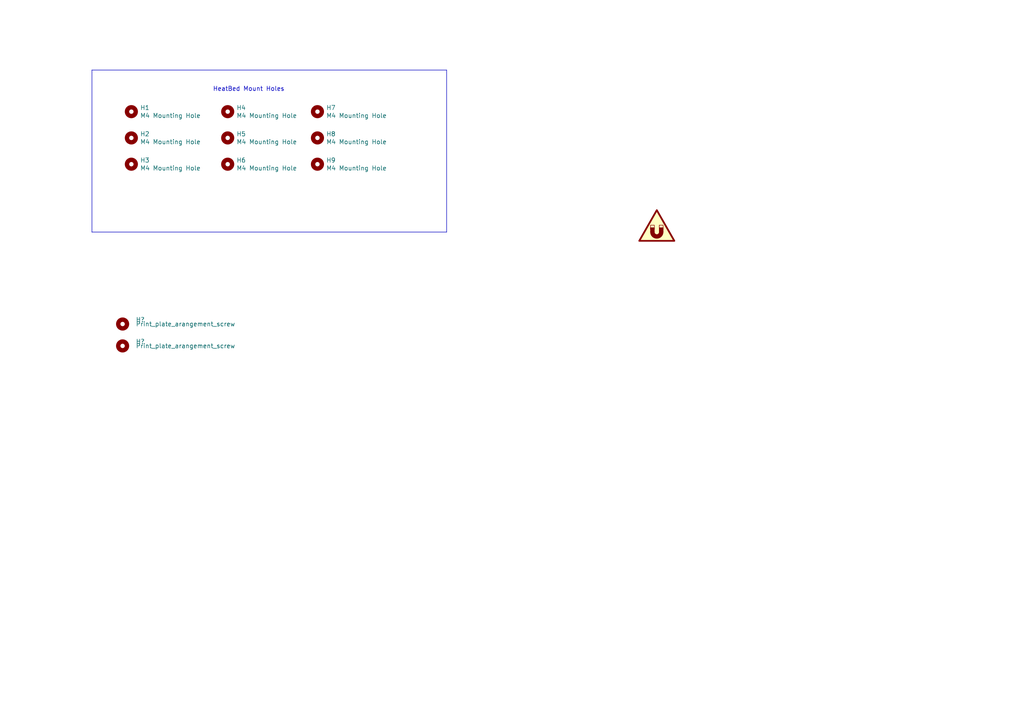
<source format=kicad_sch>
(kicad_sch (version 20200828) (generator eeschema)
  (page 2 2)
  (paper "A4")
  (lib_symbols
    (symbol "Graphic:SYM_Magnet_Large" (pin_names (offset 1.016) hide)
      (symbol "SYM_Magnet_Large_0_1"
        (arc (start -1.27 -2.54) (end 1.27 -2.54) (radius (at 0 -2.54) (length 1.27) (angles -179.9 -0.1)) (stroke (width 1.27)))
        (rectangle (start -1.8288 -1.27) (end -0.7112 -2.54) (fill (type outline)))
        (rectangle (start -1.8288 -0.5334) (end -0.7112 -1.8034) (fill (type background)))
        (rectangle (start 0.7112 -1.27) (end 1.8288 -2.54) (fill (type outline)))
        (rectangle (start 0.7112 -0.5334) (end 1.8288 -1.8034) (fill (type background)))
        (polyline (pts (xy -5.08 -5.08) (xy 5.08 -5.08) (xy 0 3.81) (xy -5.08 -5.08)) (stroke (width 0.508)) (fill (type background)))
      )
    )
    (symbol "Mechanical:MountingHole" (pin_names (offset 1.016))
      (property "Reference" "H" (at 0 5.08 0))
      (property "Value" "MountingHole" (at 0 3.175 0))
      (symbol "MountingHole_0_1"
        (circle (center 0 0) (radius 1.27) (stroke (width 1.27)))
      )
    )
  )
  (polyline (pts (xy 26.67 20.32) (xy 26.67 67.31)) (stroke (width 0) (type solid)))
  (polyline (pts (xy 26.67 20.32) (xy 129.54 20.32)) (stroke (width 0) (type solid)))
  (polyline (pts (xy 129.54 20.32) (xy 129.54 67.31)) (stroke (width 0) (type solid)))
  (polyline (pts (xy 129.54 67.31) (xy 26.67 67.31)) (stroke (width 0) (type solid)))
  (text "HeatBed Mount Holes" (at 82.55 26.67 180) (effects (font (size 1.27 1.27)) (justify right bottom)))
  (symbol (lib_id "Mechanical:MountingHole") (at 35.56 93.98 0) (unit 1)
    (property "Reference" "H?" (at 39.37 92.71 0) (effects (justify left)))
    (property "Value" "Print_plate_arangement_screw" (at 39.37 93.98 0) (effects (justify left)))
    (property "Footprint" "MountingHole:MountingHole_3.2mm_M3_ISO14580" (effects hide))
  )
  (symbol (lib_id "Mechanical:MountingHole") (at 35.56 100.33 0) (unit 1)
    (property "Reference" "H?" (at 39.37 99.06 0) (effects (justify left)))
    (property "Value" "Print_plate_arangement_screw" (at 39.37 100.33 0) (effects (justify left)))
    (property "Footprint" "MountingHole:MountingHole_3.2mm_M3_ISO14580" (effects hide))
  )
  (symbol (lib_id "Mechanical:MountingHole") (at 38.1 32.385 0) (unit 1)
    (property "Reference" "H1" (at 40.6401 31.2356 0) (effects (justify left)))
    (property "Value" "M4 Mounting Hole" (at 40.6401 33.5343 0) (effects (justify left)))
    (property "Footprint" "MountingHole:MountingHole_4.3mm_M4_DIN965" (effects hide))
  )
  (symbol (lib_id "Mechanical:MountingHole") (at 38.1 40.005 0) (unit 1)
    (property "Reference" "H2" (at 40.6401 38.8556 0) (effects (justify left)))
    (property "Value" "M4 Mounting Hole" (at 40.6401 41.1543 0) (effects (justify left)))
    (property "Footprint" "MountingHole:MountingHole_4.3mm_M4_DIN965" (effects hide))
  )
  (symbol (lib_id "Mechanical:MountingHole") (at 38.1 47.625 0) (unit 1)
    (property "Reference" "H3" (at 40.6401 46.4756 0) (effects (justify left)))
    (property "Value" "M4 Mounting Hole" (at 40.6401 48.7743 0) (effects (justify left)))
    (property "Footprint" "MountingHole:MountingHole_4.3mm_M4_DIN965" (effects hide))
  )
  (symbol (lib_id "Mechanical:MountingHole") (at 66.04 32.385 0) (unit 1)
    (property "Reference" "H4" (at 68.5801 31.2356 0) (effects (justify left)))
    (property "Value" "M4 Mounting Hole" (at 68.5801 33.5343 0) (effects (justify left)))
    (property "Footprint" "MountingHole:MountingHole_4.3mm_M4_DIN965" (effects hide))
  )
  (symbol (lib_id "Mechanical:MountingHole") (at 66.04 40.005 0) (unit 1)
    (property "Reference" "H5" (at 68.5801 38.8556 0) (effects (justify left)))
    (property "Value" "M4 Mounting Hole" (at 68.5801 41.1543 0) (effects (justify left)))
    (property "Footprint" "MountingHole:MountingHole_4.3mm_M4_DIN965" (effects hide))
  )
  (symbol (lib_id "Mechanical:MountingHole") (at 66.04 47.625 0) (unit 1)
    (property "Reference" "H6" (at 68.5801 46.4756 0) (effects (justify left)))
    (property "Value" "M4 Mounting Hole" (at 68.5801 48.7743 0) (effects (justify left)))
    (property "Footprint" "MountingHole:MountingHole_4.3mm_M4_DIN965" (effects hide))
  )
  (symbol (lib_id "Mechanical:MountingHole") (at 92.075 32.385 0) (unit 1)
    (property "Reference" "H7" (at 94.6151 31.2356 0) (effects (justify left)))
    (property "Value" "M4 Mounting Hole" (at 94.6151 33.5343 0) (effects (justify left)))
    (property "Footprint" "MountingHole:MountingHole_4.3mm_M4_DIN965" (effects hide))
  )
  (symbol (lib_id "Mechanical:MountingHole") (at 92.075 40.005 0) (unit 1)
    (property "Reference" "H8" (at 94.6151 38.8556 0) (effects (justify left)))
    (property "Value" "M4 Mounting Hole" (at 94.6151 41.1543 0) (effects (justify left)))
    (property "Footprint" "MountingHole:MountingHole_4.3mm_M4_DIN965" (effects hide))
  )
  (symbol (lib_id "Mechanical:MountingHole") (at 92.075 47.625 0) (unit 1)
    (property "Reference" "H9" (at 94.6151 46.4756 0) (effects (justify left)))
    (property "Value" "M4 Mounting Hole" (at 94.6151 48.7743 0) (effects (justify left)))
    (property "Footprint" "MountingHole:MountingHole_4.3mm_M4_DIN965" (effects hide))
  )
  (symbol (lib_id "Graphic:SYM_Magnet_Large") (at 190.5 64.77 0) (unit 1)
    (property "Reference" "#SYM?" (effects hide))
    (property "Value" "SYM_Magnet_Large" (effects hide))
  )
)
</source>
